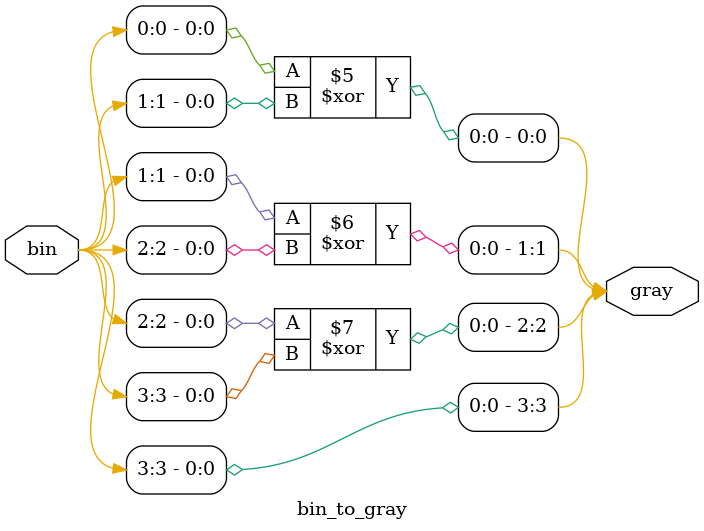
<source format=sv>
`timescale 1ns / 1ps


module bin_to_gray
#(
    parameter WIDTH = 4
)
(
    input logic [WIDTH-1:0] bin,
    output logic [WIDTH-1:0] gray
);

always_comb begin  
    gray[WIDTH-1] = bin[WIDTH-1];
    for (int i = 0; i <WIDTH-1; i++) begin
        gray[i] = bin[i] ^ bin[i+1];
    end
    
end


   
endmodule

</source>
